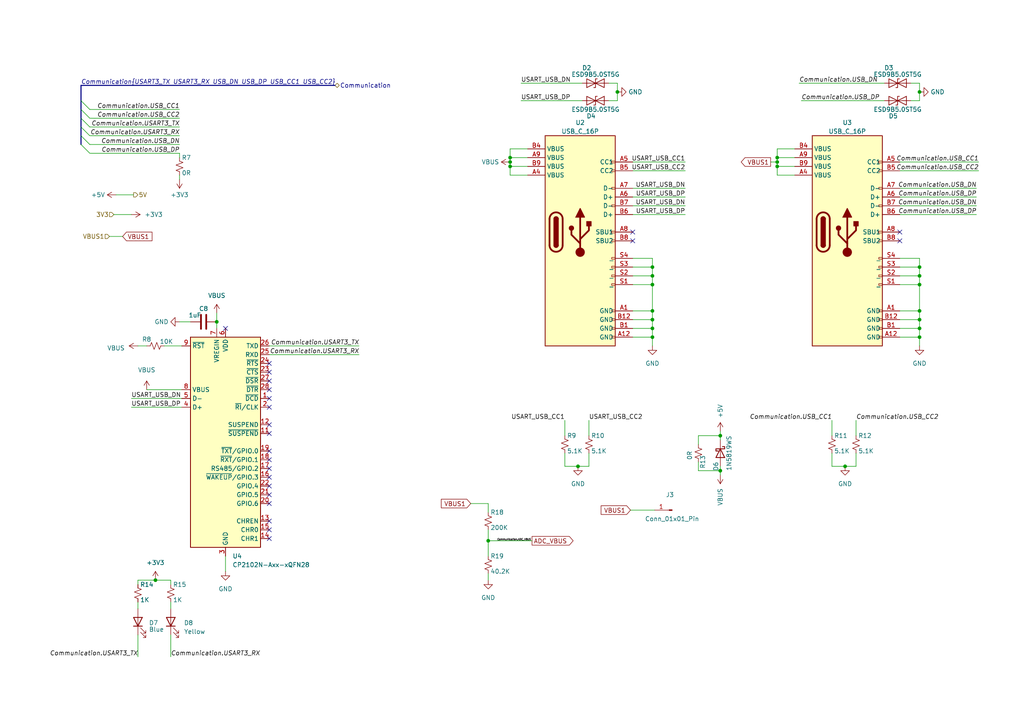
<source format=kicad_sch>
(kicad_sch (version 20230121) (generator eeschema)
  (paper "A4")
  (lib_symbols
    (symbol "Connector:Conn_01x01_Pin" (pin_names (offset 1.016) hide)
      (property "Reference" "J" (at 0 2.54 0))
      (property "Value" "Conn_01x01_Pin" (at 0 -2.54 0))
      (symbol "Conn_01x01_Pin_1_1"
        (polyline (pts (xy 1.27 0) (xy 0.8636 0)) (stroke (width 0.1524)))
        (rectangle (start 0.8636 0.127) (end 0 -0.127) (stroke (width 0.1524)) (fill (type outline)))
        (pin passive line (at 5.08 0 180) (length 3.81) (name "Pin_1") (number "1"))
      )
    )
    (symbol "Device:C" (pin_numbers hide) (pin_names (offset 0.254))
      (property "Reference" "C" (at 0.635 2.54 0))
      (property "Value" "C" (at 0.635 -2.54 0))
      (symbol "C_0_1"
        (polyline (pts (xy -2.032 -0.762) (xy 2.032 -0.762)) (stroke (width 0.508)))
        (polyline (pts (xy -2.032 0.762) (xy 2.032 0.762)) (stroke (width 0.508)))
      )
      (symbol "C_1_1"
        (pin passive line (at 0 3.81 270) (length 2.794) (name "~") (number "1"))
        (pin passive line (at 0 -3.81 90) (length 2.794) (name "~") (number "2"))
      )
    )
    (symbol "Device:LED" (pin_numbers hide) (pin_names (offset 1.016) hide)
      (property "Reference" "D" (at 0 2.54 0))
      (property "Value" "LED" (at 0 -2.54 0))
      (symbol "LED_0_1"
        (polyline (pts (xy -1.27 -1.27) (xy -1.27 1.27)) (stroke (width 0.254)))
        (polyline (pts (xy -1.27 0) (xy 1.27 0)))
        (polyline (pts (xy 1.27 -1.27) (xy 1.27 1.27) (xy -1.27 0) (xy 1.27 -1.27)) (stroke (width 0.254)))
        (polyline (pts (xy -3.048 -0.762) (xy -4.572 -2.286) (xy -3.81 -2.286) (xy -4.572 -2.286) (xy -4.572 -1.524)))
        (polyline (pts (xy -1.778 -0.762) (xy -3.302 -2.286) (xy -2.54 -2.286) (xy -3.302 -2.286) (xy -3.302 -1.524)))
      )
      (symbol "LED_1_1"
        (pin passive line (at -3.81 0 0) (length 2.54) (name "K") (number "1"))
        (pin passive line (at 3.81 0 180) (length 2.54) (name "A") (number "2"))
      )
    )
    (symbol "Device:R_Small_US" (pin_numbers hide) (pin_names (offset 0.254) hide)
      (property "Reference" "R" (at 0.762 0.508 0))
      (property "Value" "R_Small_US" (at 0.762 -1.016 0))
      (symbol "R_Small_US_1_1"
        (polyline (pts (xy 0 0) (xy 1.016 -0.381) (xy 0 -0.762) (xy -1.016 -1.143) (xy 0 -1.524)))
        (polyline (pts (xy 0 1.524) (xy 1.016 1.143) (xy 0 0.762) (xy -1.016 0.381) (xy 0 0)))
        (pin passive line (at 0 2.54 270) (length 1.016) (name "~") (number "1"))
        (pin passive line (at 0 -2.54 90) (length 1.016) (name "~") (number "2"))
      )
    )
    (symbol "Diode:1N5819WS" (pin_numbers hide) (pin_names (offset 1.016) hide)
      (property "Reference" "D" (at 0 2.54 0))
      (property "Value" "1N5819WS" (at 0 -2.54 0))
      (symbol "1N5819WS_0_1"
        (polyline (pts (xy 1.27 0) (xy -1.27 0)))
        (polyline (pts (xy 1.27 1.27) (xy 1.27 -1.27) (xy -1.27 0) (xy 1.27 1.27)) (stroke (width 0.254)))
        (polyline (pts (xy -1.905 0.635) (xy -1.905 1.27) (xy -1.27 1.27) (xy -1.27 -1.27) (xy -0.635 -1.27) (xy -0.635 -0.635)) (stroke (width 0.254)))
      )
      (symbol "1N5819WS_1_1"
        (pin passive line (at -3.81 0 0) (length 2.54) (name "K") (number "1"))
        (pin passive line (at 3.81 0 180) (length 2.54) (name "A") (number "2"))
      )
    )
    (symbol "Diode:ESD9B5.0ST5G" (pin_numbers hide) (pin_names (offset 1.016) hide)
      (property "Reference" "D" (at 0 2.54 0))
      (property "Value" "ESD9B5.0ST5G" (at 0 -2.54 0))
      (symbol "ESD9B5.0ST5G_0_1"
        (polyline (pts (xy 1.27 0) (xy -1.27 0)))
        (polyline (pts (xy -2.54 -1.27) (xy 0 0) (xy -2.54 1.27) (xy -2.54 -1.27)) (stroke (width 0.2032)))
        (polyline (pts (xy 0.508 1.27) (xy 0 1.27) (xy 0 -1.27) (xy -0.508 -1.27)) (stroke (width 0.2032)))
        (polyline (pts (xy 2.54 1.27) (xy 2.54 -1.27) (xy 0 0) (xy 2.54 1.27)) (stroke (width 0.2032)))
      )
      (symbol "ESD9B5.0ST5G_1_1"
        (pin passive line (at -3.81 0 0) (length 2.54) (name "A1") (number "1"))
        (pin passive line (at 3.81 0 180) (length 2.54) (name "A2") (number "2"))
      )
    )
    (symbol "Interface_USB:CP2102N-Axx-xQFN28"
      (property "Reference" "U" (at -8.89 31.75 0))
      (property "Value" "CP2102N-Axx-xQFN28" (at 12.7 31.75 0))
      (symbol "CP2102N-Axx-xQFN28_0_1"
        (rectangle (start -10.16 30.48) (end 10.16 -30.48) (stroke (width 0.254)) (fill (type background)))
      )
      (symbol "CP2102N-Axx-xQFN28_1_1"
        (pin input line (at 12.7 12.7 180) (length 2.54) (name "~{DCD}") (number "1"))
        (pin no_connect line (at -10.16 -27.94 0) (length 2.54) hide (name "NC") (number "10"))
        (pin output line (at 12.7 2.54 180) (length 2.54) (name "~{SUSPEND}") (number "11"))
        (pin output line (at 12.7 5.08 180) (length 2.54) (name "SUSPEND") (number "12"))
        (pin output line (at 12.7 -22.86 180) (length 2.54) (name "CHREN") (number "13"))
        (pin output line (at 12.7 -27.94 180) (length 2.54) (name "CHR1") (number "14"))
        (pin output line (at 12.7 -25.4 180) (length 2.54) (name "CHR0") (number "15"))
        (pin bidirectional line (at 12.7 -10.16 180) (length 2.54) (name "~{WAKEUP}/GPIO.3") (number "16"))
        (pin bidirectional line (at 12.7 -7.62 180) (length 2.54) (name "RS485/GPIO.2") (number "17"))
        (pin bidirectional line (at 12.7 -5.08 180) (length 2.54) (name "~{RXT}/GPIO.1") (number "18"))
        (pin bidirectional line (at 12.7 -2.54 180) (length 2.54) (name "~{TXT}/GPIO.0") (number "19"))
        (pin bidirectional line (at 12.7 10.16 180) (length 2.54) (name "~{RI}/CLK") (number "2"))
        (pin bidirectional line (at 12.7 -17.78 180) (length 2.54) (name "GPIO.6") (number "20"))
        (pin bidirectional line (at 12.7 -15.24 180) (length 2.54) (name "GPIO.5") (number "21"))
        (pin bidirectional line (at 12.7 -12.7 180) (length 2.54) (name "GPIO.4") (number "22"))
        (pin input line (at 12.7 20.32 180) (length 2.54) (name "~{CTS}") (number "23"))
        (pin output line (at 12.7 22.86 180) (length 2.54) (name "~{RTS}") (number "24"))
        (pin input line (at 12.7 25.4 180) (length 2.54) (name "RXD") (number "25"))
        (pin output line (at 12.7 27.94 180) (length 2.54) (name "TXD") (number "26"))
        (pin input line (at 12.7 17.78 180) (length 2.54) (name "~{DSR}") (number "27"))
        (pin output line (at 12.7 15.24 180) (length 2.54) (name "~{DTR}") (number "28"))
        (pin passive line (at 0 -33.02 90) (length 2.54) hide (name "GND") (number "29"))
        (pin power_in line (at 0 -33.02 90) (length 2.54) (name "GND") (number "3"))
        (pin bidirectional line (at -12.7 10.16 0) (length 2.54) (name "D+") (number "4"))
        (pin bidirectional line (at -12.7 12.7 0) (length 2.54) (name "D-") (number "5"))
        (pin power_in line (at 0 33.02 270) (length 2.54) (name "VDD") (number "6"))
        (pin power_in line (at -2.54 33.02 270) (length 2.54) (name "VREGIN") (number "7"))
        (pin input line (at -12.7 15.24 0) (length 2.54) (name "VBUS") (number "8"))
        (pin input line (at -12.7 27.94 0) (length 2.54) (name "~{RST}") (number "9"))
      )
    )
    (symbol "PCM_4ms_Power-symbol:GND" (power) (pin_names (offset 0))
      (property "Value" "GND" (at 0 -3.81 0))
      (symbol "GND_0_1"
        (polyline (pts (xy 0 0) (xy 0 -1.27) (xy 1.27 -1.27) (xy 0 -2.54) (xy -1.27 -1.27) (xy 0 -1.27)))
      )
      (symbol "GND_1_1"
        (pin power_in line (at 0 0 270) (length 0) hide (name "GND") (number "1"))
      )
    )
    (symbol "USB_C_16P_1"
      (property "Reference" "U" (at -1.27 40.64 0))
      (property "Value" "USB_C_16P" (at -7.62 40.64 0))
      (symbol "USB_C_16P_1_0_0"
        (rectangle (start 13.97 -18.796) (end 12.954 -19.304))
        (rectangle (start 13.97 -16.256) (end 12.954 -16.764))
        (rectangle (start 13.97 -13.716) (end 12.954 -14.224))
        (rectangle (start 13.97 -11.176) (end 12.954 -11.684))
        (rectangle (start 13.97 -3.556) (end 12.954 -4.064))
        (rectangle (start 13.97 -1.016) (end 12.954 -1.524))
        (rectangle (start 13.97 1.524) (end 12.954 1.016))
        (rectangle (start 13.97 4.064) (end 12.954 3.556))
        (rectangle (start 13.97 9.144) (end 12.954 8.636))
        (rectangle (start 13.97 11.684) (end 12.954 11.176))
        (rectangle (start 13.97 19.304) (end 12.954 18.796))
        (rectangle (start 13.97 24.384) (end 12.954 23.876))
        (rectangle (start 13.97 29.464) (end 12.954 28.956))
        (rectangle (start 13.97 32.004) (end 12.954 31.496))
      )
      (symbol "USB_C_16P_1_0_1"
        (rectangle (start -6.35 39.37) (end 13.97 -21.59) (stroke (width 0.254)) (fill (type background)))
        (arc (start -5.08 7.62) (mid -3.175 5.7233) (end -1.27 7.62) (stroke (width 0.508)))
        (arc (start -3.81 7.62) (mid -3.175 6.9877) (end -2.54 7.62) (stroke (width 0.254)))
        (arc (start -3.81 7.62) (mid -3.175 6.9877) (end -2.54 7.62) (stroke (width 0.254)) (fill (type outline)))
        (rectangle (start -3.81 7.62) (end -2.54 15.24) (stroke (width 0.254)) (fill (type outline)))
        (arc (start -2.54 15.24) (mid -3.175 15.8723) (end -3.81 15.24) (stroke (width 0.254)))
        (arc (start -2.54 15.24) (mid -3.175 15.8723) (end -3.81 15.24) (stroke (width 0.254)) (fill (type outline)))
        (arc (start -1.27 15.24) (mid -3.175 17.1367) (end -5.08 15.24) (stroke (width 0.508)))
        (polyline (pts (xy -5.08 7.62) (xy -5.08 15.24)) (stroke (width 0.508)))
        (polyline (pts (xy -1.27 15.24) (xy -1.27 7.62)) (stroke (width 0.508)))
      )
      (symbol "USB_C_16P_1_1_1"
        (polyline (pts (xy 3.81 5.588) (xy 3.81 15.748)) (stroke (width 0.508)))
        (polyline (pts (xy 3.81 8.128) (xy 1.27 10.668) (xy 1.27 11.938)) (stroke (width 0.508)))
        (polyline (pts (xy 3.81 9.398) (xy 6.35 11.938) (xy 6.35 13.208)) (stroke (width 0.508)))
        (polyline (pts (xy 2.54 15.748) (xy 3.81 18.288) (xy 5.08 15.748) (xy 2.54 15.748)) (stroke (width 0.254)) (fill (type outline)))
        (circle (center 1.27 12.573) (radius 0.635) (stroke (width 0.254)) (fill (type outline)))
        (circle (center 3.81 5.588) (radius 1.27) (fill (type outline)))
        (rectangle (start 5.715 13.208) (end 6.985 14.478) (stroke (width 0.254)) (fill (type outline)))
        (pin passive line (at 19.05 -11.43 180) (length 5.08) (name "GND") (number "A1"))
        (pin passive line (at 19.05 -19.05 180) (length 5.08) (name "GND") (number "A12"))
        (pin passive line (at -11.43 27.94 0) (length 5.08) (name "VBUS") (number "A4"))
        (pin bidirectional line (at 19.05 31.75 180) (length 5.08) (name "CC1") (number "A5"))
        (pin bidirectional line (at 19.05 21.59 180) (length 5.08) (name "D+") (number "A6"))
        (pin bidirectional line (at 19.05 24.13 180) (length 5.08) (name "D-") (number "A7"))
        (pin bidirectional line (at 19.05 11.43 180) (length 5.08) (name "SBU1") (number "A8"))
        (pin passive line (at -11.43 33.02 0) (length 5.08) (name "VBUS") (number "A9"))
        (pin passive line (at 19.05 -16.51 180) (length 5.08) (name "GND") (number "B1"))
        (pin passive line (at 19.05 -13.97 180) (length 5.08) (name "GND") (number "B12"))
        (pin passive line (at -11.43 35.56 0) (length 5.08) (name "VBUS") (number "B4"))
        (pin bidirectional line (at 19.05 29.21 180) (length 5.08) (name "CC2") (number "B5"))
        (pin bidirectional line (at 19.05 16.51 180) (length 5.08) (name "D+") (number "B6"))
        (pin bidirectional line (at 19.05 19.05 180) (length 5.08) (name "D-") (number "B7"))
        (pin bidirectional line (at 19.05 8.89 180) (length 5.08) (name "SBU2") (number "B8"))
        (pin passive line (at -11.43 30.48 0) (length 5.08) (name "VBUS") (number "B9"))
        (pin passive line (at 19.05 -3.81 180) (length 5.08) (name "_") (number "S1"))
        (pin passive line (at 19.05 -1.27 180) (length 5.08) (name "_") (number "S2"))
        (pin passive line (at 19.05 1.27 180) (length 5.08) (name "_") (number "S3"))
        (pin passive line (at 19.05 3.81 180) (length 5.08) (name "_") (number "S4"))
      )
    )
    (symbol "power:+3V3" (power) (pin_names (offset 0))
      (property "Value" "+3V3" (at 0 3.556 0))
      (symbol "+3V3_0_1"
        (polyline (pts (xy -0.762 1.27) (xy 0 2.54)))
        (polyline (pts (xy 0 0) (xy 0 2.54)))
        (polyline (pts (xy 0 2.54) (xy 0.762 1.27)))
      )
      (symbol "+3V3_1_1"
        (pin power_in line (at 0 0 90) (length 0) hide (name "+3V3") (number "1"))
      )
    )
    (symbol "power:+5V" (power) (pin_names (offset 0))
      (property "Value" "+5V" (at 0 3.556 0))
      (symbol "+5V_0_1"
        (polyline (pts (xy -0.762 1.27) (xy 0 2.54)))
        (polyline (pts (xy 0 0) (xy 0 2.54)))
        (polyline (pts (xy 0 2.54) (xy 0.762 1.27)))
      )
      (symbol "+5V_1_1"
        (pin power_in line (at 0 0 90) (length 0) hide (name "+5V") (number "1"))
      )
    )
    (symbol "power:GND" (power) (pin_names (offset 0))
      (property "Value" "GND" (at 0 -3.81 0))
      (symbol "GND_0_1"
        (polyline (pts (xy 0 0) (xy 0 -1.27) (xy 1.27 -1.27) (xy 0 -2.54) (xy -1.27 -1.27) (xy 0 -1.27)))
      )
      (symbol "GND_1_1"
        (pin power_in line (at 0 0 270) (length 0) hide (name "GND") (number "1"))
      )
    )
    (symbol "power:VBUS" (power) (pin_names (offset 0))
      (property "Value" "VBUS" (at 0 3.81 0))
      (symbol "VBUS_0_1"
        (polyline (pts (xy -0.762 1.27) (xy 0 2.54)))
        (polyline (pts (xy 0 0) (xy 0 2.54)))
        (polyline (pts (xy 0 2.54) (xy 0.762 1.27)))
      )
      (symbol "VBUS_1_1"
        (pin power_in line (at 0 0 90) (length 0) hide (name "VBUS") (number "1"))
      )
    )
  )
  (junction (at 189.23 92.71))
  (junction (at 208.915 136.525))
  (junction (at 189.23 80.01))
  (junction (at 266.7 92.71))
  (junction (at 266.7 26.67))
  (junction (at 179.07 26.67))
  (junction (at 45.085 168.275))
  (junction (at 225.425 48.26))
  (junction (at 189.23 90.17))
  (junction (at 266.7 77.47))
  (junction (at 225.425 46.99))
  (junction (at 189.23 95.25))
  (junction (at 245.11 135.255))
  (junction (at 147.955 45.72))
  (junction (at 266.7 80.01))
  (junction (at 141.605 156.845))
  (junction (at 266.7 97.79))
  (junction (at 266.7 95.25))
  (junction (at 189.23 82.55))
  (junction (at 266.7 82.55))
  (junction (at 147.955 46.99))
  (junction (at 189.23 97.79))
  (junction (at 147.955 48.26))
  (junction (at 62.865 93.345))
  (junction (at 225.425 45.72))
  (junction (at 208.915 126.365))
  (junction (at 189.23 77.47))
  (junction (at 266.7 90.17))
  (junction (at 167.64 135.255))
  (no_connect (at 78.105 115.57))
  (no_connect (at 183.515 67.31))
  (no_connect (at 78.105 153.67))
  (no_connect (at 78.105 133.35))
  (no_connect (at 183.515 69.85))
  (no_connect (at 78.105 146.05))
  (no_connect (at 78.105 118.11))
  (no_connect (at 78.105 113.03))
  (no_connect (at 78.105 110.49))
  (no_connect (at 260.985 69.85))
  (no_connect (at 78.105 107.95))
  (no_connect (at 65.405 95.25))
  (no_connect (at 78.105 143.51))
  (no_connect (at 78.105 151.13))
  (no_connect (at 260.985 67.31))
  (no_connect (at 78.105 138.43))
  (no_connect (at 78.105 156.21))
  (no_connect (at 78.105 130.81))
  (no_connect (at 78.105 105.41))
  (no_connect (at 78.105 123.19))
  (no_connect (at 78.105 140.97))
  (no_connect (at 78.105 135.89))
  (no_connect (at 78.105 125.73))
  (bus_entry (at 23.495 34.29) (size 2.54 2.54))
  (bus_entry (at 23.495 36.83) (size 2.54 2.54))
  (bus_entry (at 23.495 41.91) (size 2.54 2.54))
  (bus_entry (at 23.495 29.21) (size 2.54 2.54))
  (bus_entry (at 23.495 31.75) (size 2.54 2.54))
  (bus_entry (at 23.495 39.37) (size 2.54 2.54))
  (wire (pts (xy 232.41 29.21) (xy 256.54 29.21)))
  (wire (pts (xy 26.035 31.75) (xy 52.07 31.75)))
  (wire (pts (xy 260.985 54.61) (xy 283.21 54.61)))
  (wire (pts (xy 248.285 121.92) (xy 248.285 126.365)))
  (wire (pts (xy 38.1 115.57) (xy 52.705 115.57)))
  (wire (pts (xy 136.525 146.05) (xy 141.605 146.05)))
  (wire (pts (xy 183.515 62.23) (xy 198.755 62.23)))
  (wire (pts (xy 225.425 45.72) (xy 225.425 43.18)))
  (wire (pts (xy 151.13 24.13) (xy 168.91 24.13)))
  (wire (pts (xy 40.005 184.15) (xy 40.005 190.5)))
  (wire (pts (xy 260.985 92.71) (xy 266.7 92.71)))
  (wire (pts (xy 266.7 95.25) (xy 266.7 97.79)))
  (wire (pts (xy 260.985 59.69) (xy 283.21 59.69)))
  (wire (pts (xy 47.625 100.33) (xy 52.705 100.33)))
  (wire (pts (xy 170.815 131.445) (xy 170.815 135.255)))
  (wire (pts (xy 183.515 90.17) (xy 189.23 90.17)))
  (wire (pts (xy 208.915 125.095) (xy 208.915 126.365)))
  (wire (pts (xy 223.52 46.99) (xy 225.425 46.99)))
  (wire (pts (xy 141.605 153.67) (xy 141.605 156.845)))
  (wire (pts (xy 62.865 90.805) (xy 62.865 93.345)))
  (wire (pts (xy 35.56 68.58) (xy 31.75 68.58)))
  (wire (pts (xy 183.515 82.55) (xy 189.23 82.55)))
  (wire (pts (xy 45.085 168.275) (xy 49.53 168.275)))
  (wire (pts (xy 266.7 24.13) (xy 266.7 26.67)))
  (wire (pts (xy 225.425 43.18) (xy 230.505 43.18)))
  (wire (pts (xy 141.605 156.845) (xy 154.305 156.845)))
  (wire (pts (xy 78.105 102.87) (xy 104.14 102.87)))
  (wire (pts (xy 176.53 24.13) (xy 179.07 24.13)))
  (wire (pts (xy 183.515 92.71) (xy 189.23 92.71)))
  (wire (pts (xy 179.07 29.21) (xy 176.53 29.21)))
  (wire (pts (xy 225.425 45.72) (xy 225.425 46.99)))
  (wire (pts (xy 141.605 146.05) (xy 141.605 148.59)))
  (bus (pts (xy 23.495 41.91) (xy 23.495 39.37)))
  (wire (pts (xy 153.035 50.8) (xy 147.955 50.8)))
  (wire (pts (xy 52.07 44.45) (xy 52.07 45.72)))
  (wire (pts (xy 183.515 77.47) (xy 189.23 77.47)))
  (wire (pts (xy 141.605 168.275) (xy 141.605 166.37)))
  (wire (pts (xy 266.7 82.55) (xy 266.7 90.17)))
  (wire (pts (xy 147.955 50.8) (xy 147.955 48.26)))
  (wire (pts (xy 49.53 174.625) (xy 49.53 176.53)))
  (wire (pts (xy 231.775 24.13) (xy 256.54 24.13)))
  (wire (pts (xy 40.005 169.545) (xy 40.005 168.275)))
  (wire (pts (xy 163.83 121.92) (xy 163.83 126.365)))
  (wire (pts (xy 189.23 74.93) (xy 189.23 77.47)))
  (wire (pts (xy 26.035 34.29) (xy 52.07 34.29)))
  (bus (pts (xy 23.495 24.765) (xy 23.495 29.21)))
  (wire (pts (xy 225.425 50.8) (xy 225.425 48.26)))
  (wire (pts (xy 266.7 29.21) (xy 264.16 29.21)))
  (wire (pts (xy 170.815 121.92) (xy 170.815 126.365)))
  (wire (pts (xy 189.23 95.25) (xy 189.23 97.79)))
  (wire (pts (xy 40.005 100.33) (xy 42.545 100.33)))
  (wire (pts (xy 260.985 57.15) (xy 283.21 57.15)))
  (bus (pts (xy 23.495 24.765) (xy 97.155 24.765)))
  (wire (pts (xy 183.515 95.25) (xy 189.23 95.25)))
  (wire (pts (xy 260.985 90.17) (xy 266.7 90.17)))
  (wire (pts (xy 40.005 174.625) (xy 40.005 176.53)))
  (bus (pts (xy 23.495 34.29) (xy 23.495 31.75)))
  (wire (pts (xy 40.005 168.275) (xy 45.085 168.275)))
  (wire (pts (xy 266.7 97.79) (xy 266.7 100.33)))
  (wire (pts (xy 202.565 136.525) (xy 202.565 133.985)))
  (wire (pts (xy 42.545 113.03) (xy 52.705 113.03)))
  (wire (pts (xy 38.1 118.11) (xy 52.705 118.11)))
  (wire (pts (xy 189.865 147.955) (xy 182.88 147.955)))
  (wire (pts (xy 241.3 135.255) (xy 245.11 135.255)))
  (wire (pts (xy 78.105 100.33) (xy 104.14 100.33)))
  (wire (pts (xy 147.955 46.99) (xy 147.955 45.72)))
  (wire (pts (xy 26.035 36.83) (xy 52.07 36.83)))
  (wire (pts (xy 52.07 93.345) (xy 55.245 93.345)))
  (wire (pts (xy 183.515 80.01) (xy 189.23 80.01)))
  (wire (pts (xy 183.515 74.93) (xy 189.23 74.93)))
  (wire (pts (xy 260.985 46.99) (xy 283.845 46.99)))
  (wire (pts (xy 179.07 24.13) (xy 179.07 26.67)))
  (wire (pts (xy 167.64 135.255) (xy 170.815 135.255)))
  (wire (pts (xy 147.955 48.26) (xy 147.955 46.99)))
  (wire (pts (xy 147.955 45.72) (xy 153.035 45.72)))
  (wire (pts (xy 260.985 95.25) (xy 266.7 95.25)))
  (wire (pts (xy 225.425 46.99) (xy 225.425 48.26)))
  (wire (pts (xy 38.735 56.515) (xy 33.655 56.515)))
  (wire (pts (xy 163.83 131.445) (xy 163.83 135.255)))
  (wire (pts (xy 245.11 135.255) (xy 248.285 135.255)))
  (wire (pts (xy 260.985 62.23) (xy 283.21 62.23)))
  (wire (pts (xy 208.915 136.525) (xy 208.915 135.255)))
  (wire (pts (xy 49.53 168.275) (xy 49.53 169.545)))
  (wire (pts (xy 189.23 97.79) (xy 189.23 100.33)))
  (wire (pts (xy 266.7 90.17) (xy 266.7 92.71)))
  (wire (pts (xy 230.505 50.8) (xy 225.425 50.8)))
  (wire (pts (xy 208.915 126.365) (xy 202.565 126.365)))
  (wire (pts (xy 183.515 57.15) (xy 198.755 57.15)))
  (wire (pts (xy 225.425 48.26) (xy 230.505 48.26)))
  (wire (pts (xy 260.985 80.01) (xy 266.7 80.01)))
  (wire (pts (xy 260.985 82.55) (xy 266.7 82.55)))
  (wire (pts (xy 241.3 131.445) (xy 241.3 135.255)))
  (wire (pts (xy 260.985 49.53) (xy 283.845 49.53)))
  (wire (pts (xy 266.7 26.67) (xy 266.7 29.21)))
  (wire (pts (xy 208.915 126.365) (xy 208.915 127.635)))
  (wire (pts (xy 264.16 24.13) (xy 266.7 24.13)))
  (wire (pts (xy 52.07 50.8) (xy 52.07 52.07)))
  (wire (pts (xy 26.035 44.45) (xy 52.07 44.45)))
  (wire (pts (xy 225.425 45.72) (xy 230.505 45.72)))
  (wire (pts (xy 260.985 74.93) (xy 266.7 74.93)))
  (wire (pts (xy 183.515 46.99) (xy 198.755 46.99)))
  (wire (pts (xy 189.23 92.71) (xy 189.23 95.25)))
  (wire (pts (xy 151.13 29.21) (xy 168.91 29.21)))
  (wire (pts (xy 189.23 82.55) (xy 189.23 90.17)))
  (wire (pts (xy 62.865 93.345) (xy 62.865 95.25)))
  (wire (pts (xy 260.985 97.79) (xy 266.7 97.79)))
  (wire (pts (xy 183.515 97.79) (xy 189.23 97.79)))
  (wire (pts (xy 208.915 137.795) (xy 208.915 136.525)))
  (wire (pts (xy 189.23 90.17) (xy 189.23 92.71)))
  (wire (pts (xy 26.035 41.91) (xy 52.07 41.91)))
  (wire (pts (xy 147.955 45.72) (xy 147.955 43.18)))
  (wire (pts (xy 189.23 77.47) (xy 189.23 80.01)))
  (wire (pts (xy 183.515 59.69) (xy 198.755 59.69)))
  (wire (pts (xy 248.285 131.445) (xy 248.285 135.255)))
  (wire (pts (xy 266.7 74.93) (xy 266.7 77.47)))
  (wire (pts (xy 266.7 92.71) (xy 266.7 95.25)))
  (wire (pts (xy 241.3 121.92) (xy 241.3 126.365)))
  (wire (pts (xy 260.985 77.47) (xy 266.7 77.47)))
  (wire (pts (xy 266.7 80.01) (xy 266.7 82.55)))
  (wire (pts (xy 26.035 39.37) (xy 52.07 39.37)))
  (wire (pts (xy 147.955 48.26) (xy 153.035 48.26)))
  (wire (pts (xy 179.07 26.67) (xy 179.07 29.21)))
  (bus (pts (xy 23.495 36.83) (xy 23.495 34.29)))
  (wire (pts (xy 266.7 77.47) (xy 266.7 80.01)))
  (bus (pts (xy 23.495 31.75) (xy 23.495 29.21)))
  (wire (pts (xy 189.23 80.01) (xy 189.23 82.55)))
  (wire (pts (xy 49.53 184.15) (xy 49.53 190.5)))
  (wire (pts (xy 202.565 126.365) (xy 202.565 128.905)))
  (bus (pts (xy 23.495 39.37) (xy 23.495 36.83)))
  (wire (pts (xy 183.515 49.53) (xy 198.755 49.53)))
  (wire (pts (xy 33.02 62.23) (xy 38.1 62.23)))
  (wire (pts (xy 147.955 43.18) (xy 153.035 43.18)))
  (wire (pts (xy 141.605 156.845) (xy 141.605 161.29)))
  (wire (pts (xy 208.915 136.525) (xy 202.565 136.525)))
  (wire (pts (xy 183.515 54.61) (xy 198.755 54.61)))
  (wire (pts (xy 65.405 161.29) (xy 65.405 165.735)))
  (wire (pts (xy 163.83 135.255) (xy 167.64 135.255)))
  (label "Communication.USB_DP" (at 52.07 44.45 180) (effects (font italic)))
  (label "Communication.USB_CC2" (at 283.845 49.53 180) (effects (font italic)))
  (label "Communication.USB_DN" (at 52.07 41.91 180) (effects (font italic)))
  (label "Communication{USART3_TX USART3_RX USB_DN USB_DP USB_CC1 USB_CC2}" (at 23.495 24.765 0) (effects (font italic)))
  (label "Communication.USART3_RX" (at 104.14 102.87 180) (effects (font italic)))
  (label "USART_USB_DP" (at 198.755 62.23 180))
  (label "Communication.USART3_RX" (at 49.53 190.5 0) (effects (font italic)))
  (label "Communication.USB_CC2" (at 248.285 121.92 0) (effects (font italic)))
  (label "USART_USB_CC2" (at 170.815 121.92 0))
  (label "Communication.USB_DN" (at 283.21 54.61 180) (effects (font italic)))
  (label "Communication.USART3_TX" (at 104.14 100.33 180) (effects (font italic)))
  (label "USART_USB_CC2" (at 198.755 49.53 180))
  (label "Communication.USB_CC1" (at 283.845 46.99 180) (effects (font italic)))
  (label "USART_USB_DN" (at 38.1 115.57 0))
  (label "Communication.USB_CC2" (at 52.07 34.29 180) (effects (font italic)))
  (label "Communication.ADC_VBUS" (at 144.145 156.845 0) (effects (font (size 0.5 0.5) italic)))
  (label "Communication.USB_DN" (at 231.775 24.13 0) (effects (font italic)))
  (label "Communication.USART3_TX" (at 52.07 36.83 180) (effects (font italic)))
  (label "Communication.USB_DP" (at 283.21 62.23 180) (effects (font italic)))
  (label "Communication.USART3_TX" (at 40.005 190.5 180) (effects (font italic)))
  (label "USART_USB_DP" (at 38.1 118.11 0))
  (label "USART_USB_CC1" (at 163.83 121.92 180))
  (label "Communication.USB_CC1" (at 52.07 31.75 180) (effects (font italic)))
  (label "USART_USB_DP" (at 151.13 29.21 0))
  (label "USART_USB_DP" (at 198.755 57.15 180))
  (label "USART_USB_DN" (at 151.13 24.13 0))
  (label "Communication.USB_CC1" (at 241.3 121.92 180) (effects (font italic)))
  (label "Communication.USART3_RX" (at 52.07 39.37 180) (effects (font italic)))
  (label "USART_USB_CC1" (at 198.755 46.99 180))
  (label "Communication.USB_DP" (at 232.41 29.21 0) (effects (font italic)))
  (label "Communication.USB_DN" (at 283.21 59.69 180) (effects (font italic)))
  (label "USART_USB_DN" (at 198.755 59.69 180))
  (label "USART_USB_DN" (at 198.755 54.61 180))
  (label "Communication.USB_DP" (at 283.21 57.15 180) (effects (font italic)))
  (global_label "VBUS1" (shape input) (at 35.56 68.58 0) (property "Intersheetrefs" "${INTERSHEET_REFS}" (effects hide)))
  (global_label "VBUS1" (shape input) (at 136.525 146.05 180) (property "Intersheetrefs" "${INTERSHEET_REFS}" (effects hide)))
  (global_label "VBUS1" (shape input) (at 182.88 147.955 180) (property "Intersheetrefs" "${INTERSHEET_REFS}" (effects hide)))
  (global_label "VBUS1" (shape output) (at 223.52 46.99 180) (property "Intersheetrefs" "${INTERSHEET_REFS}" (effects hide)))
  (global_label "ADC_VBUS" (shape output) (at 154.305 156.845 0) (property "Intersheetrefs" "${INTERSHEET_REFS}" (effects hide)))
  (hierarchical_label "Communication" (shape bidirectional) (at 97.155 24.765 0))
  (hierarchical_label "VBUS1" (shape input) (at 31.75 68.58 180))
  (hierarchical_label "3V3" (shape input) (at 33.02 62.23 180))
  (hierarchical_label "5V" (shape output) (at 38.735 56.515 0))
  (symbol (lib_id "power:VBUS") (at 208.915 137.795 180) (unit 1)
    (property "Reference" "#PWR032" (effects hide))
    (property "Value" "VBUS" (at 208.9151 141.605 90) (effects (justify left)))
    (instances (project "Expansion" (path "" (reference "#PWR032") (unit 1))) (project "STM32F446RC" (path "" (reference "#PWR0132") (unit 1))))
  )
  (symbol (lib_id "Device:R_Small_US") (at 45.085 100.33 90) (unit 1)
    (property "Reference" "R8" (at 42.545 98.425 90))
    (property "Value" "10K" (at 48.26 99.06 90))
    (property "Footprint" "Resistor_SMD:R_0402_1005Metric" (effects hide))
    (instances (project "Expansion" (path "" (reference "R8") (unit 1))) (project "STM32F446RC" (path "" (reference "R7") (unit 1))))
  )
  (symbol (lib_name "USB_C_16P_1") (lib_id "Thorn_Library:USB_C_16P") (at 241.935 78.74 0) (unit 1)
    (property "Reference" "U3" (at 245.745 35.56 0))
    (property "Value" "USB_C_16P" (at 245.745 38.1 0))
    (property "Footprint" "Thorn_Library:Typc-C-16P" (effects hide))
  )
  (symbol (lib_id "Device:R_Small_US") (at 49.53 172.085 0) (unit 1)
    (property "Reference" "R15" (at 50.165 169.545 0) (effects (justify left)))
    (property "Value" "1K" (at 50.165 173.99 0) (effects (justify left)))
    (property "Footprint" "Resistor_SMD:R_0402_1005Metric" (effects hide))
    (instances (project "Expansion" (path "" (reference "R15") (unit 1))) (project "STM32F446RC" (path "" (reference "R8") (unit 1))))
  )
  (symbol (lib_id "power:VBUS") (at 40.005 100.33 90) (unit 1)
    (property "Reference" "#PWR025" (effects hide))
    (property "Value" "VBUS" (at 36.195 100.965 90) (effects (justify left)))
    (instances (project "Expansion" (path "" (reference "#PWR025") (unit 1))) (project "STM32F446RC" (path "" (reference "#PWR0141") (unit 1))))
  )
  (symbol (lib_id "Device:R_Small_US") (at 141.605 151.13 0) (unit 1)
    (property "Reference" "R18" (at 142.24 148.59 0) (effects (justify left)))
    (property "Value" "200K" (at 142.24 153.035 0) (effects (justify left)))
    (property "Footprint" "Resistor_SMD:R_0402_1005Metric" (effects hide))
    (instances (project "Expansion" (path "" (reference "R18") (unit 1))) (project "STM32F446RC" (path "" (reference "R12") (unit 1))))
  )
  (symbol (lib_id "Connector:Conn_01x01_Pin") (at 194.945 147.955 180) (unit 1)
    (property "Reference" "J3" (at 194.31 143.51 0))
    (property "Value" "Conn_01x01_Pin" (at 194.945 150.495 0))
    (property "Footprint" "Connector_Wire:SolderWirePad_1x01_SMD_1x2mm" (effects hide))
  )
  (symbol (lib_id "power:GND") (at 179.07 26.67 90) (unit 1)
    (property "Reference" "#PWR016" (effects hide))
    (property "Value" "GND" (at 182.245 26.6699 90) (effects (justify right)))
    (instances (project "Expansion" (path "" (reference "#PWR016") (unit 1))) (project "STM32F446RC" (path "" (reference "#PWR0129") (unit 1))))
  )
  (symbol (lib_id "power:+3V3") (at 38.1 62.23 270) (unit 1)
    (property "Reference" "#PWR022" (effects hide))
    (property "Value" "+3V3" (at 41.91 62.2299 90) (effects (justify left)))
    (instances (project "Expansion" (path "" (reference "#PWR022") (unit 1))) (project "STM32F446RC" (path "" (reference "#PWR0140") (unit 1))))
  )
  (symbol (lib_id "power:+3V3") (at 52.07 52.07 180) (unit 1)
    (property "Reference" "#PWR018" (effects hide))
    (property "Value" "+3V3" (at 52.07 56.515 0))
    (instances (project "Expansion" (path "" (reference "#PWR018") (unit 1))) (project "STM32F446RC" (path "" (reference "#PWR0163") (unit 1))))
  )
  (symbol (lib_id "PCM_4ms_Power-symbol:GND") (at 266.7 100.33 0) (unit 1)
    (property "Reference" "#PWR027" (effects hide))
    (property "Value" "GND" (at 266.7 105.41 0))
  )
  (symbol (lib_id "Device:R_Small_US") (at 40.005 172.085 0) (unit 1)
    (property "Reference" "R14" (at 40.64 169.545 0) (effects (justify left)))
    (property "Value" "1K" (at 40.64 173.99 0) (effects (justify left)))
    (property "Footprint" "Resistor_SMD:R_0402_1005Metric" (effects hide))
    (instances (project "Expansion" (path "" (reference "R14") (unit 1))) (project "STM32F446RC" (path "" (reference "R6") (unit 1))))
  )
  (symbol (lib_id "Diode:ESD9B5.0ST5G") (at 260.35 24.13 0) (unit 1)
    (property "Reference" "D3" (at 257.81 19.685 0))
    (property "Value" "ESD9B5.0ST5G" (at 260.35 21.59 0))
    (property "Footprint" "Diode_SMD:D_SOD-923" (effects hide))
    (property "Datasheet" "https://www.onsemi.com/pub/Collateral/ESD9B-D.PDF" (effects hide))
    (instances (project "Expansion" (path "" (reference "D3") (unit 1))) (project "STM32F446RC" (path "" (reference "D11") (unit 1))))
  )
  (symbol (lib_id "power:GND") (at 266.7 26.67 90) (unit 1)
    (property "Reference" "#PWR017" (effects hide))
    (property "Value" "GND" (at 269.875 26.6699 90) (effects (justify right)))
    (instances (project "Expansion" (path "" (reference "#PWR017") (unit 1))) (project "STM32F446RC" (path "" (reference "#PWR0136") (unit 1))))
  )
  (symbol (lib_name "USB_C_16P_1") (lib_id "Thorn_Library:USB_C_16P") (at 164.465 78.74 0) (unit 1)
    (property "Reference" "U2" (at 168.275 35.56 0))
    (property "Value" "USB_C_16P" (at 168.275 38.1 0))
    (property "Footprint" "Thorn_Library:Typc-C-16P" (effects hide))
  )
  (symbol (lib_id "Diode:ESD9B5.0ST5G") (at 260.35 29.21 0) (unit 1)
    (property "Reference" "D5" (at 259.08 33.655 0))
    (property "Value" "ESD9B5.0ST5G" (at 260.35 31.75 0))
    (property "Footprint" "Diode_SMD:D_SOD-923" (effects hide))
    (property "Datasheet" "https://www.onsemi.com/pub/Collateral/ESD9B-D.PDF" (effects hide))
    (instances (project "Expansion" (path "" (reference "D5") (unit 1))) (project "STM32F446RC" (path "" (reference "D12") (unit 1))))
  )
  (symbol (lib_id "power:VBUS") (at 147.955 46.99 90) (unit 1)
    (property "Reference" "#PWR019" (effects hide))
    (property "Value" "VBUS" (at 144.78 46.9899 90) (effects (justify left)))
    (instances (project "Expansion" (path "" (reference "#PWR019") (unit 1))) (project "STM32F446RC" (path "" (reference "#PWR0145") (unit 1))))
  )
  (symbol (lib_id "PCM_4ms_Power-symbol:GND") (at 189.23 100.33 0) (unit 1)
    (property "Reference" "#PWR026" (effects hide))
    (property "Value" "GND" (at 189.23 105.41 0))
  )
  (symbol (lib_id "Diode:ESD9B5.0ST5G") (at 172.72 24.13 0) (unit 1)
    (property "Reference" "D2" (at 170.18 19.685 0))
    (property "Value" "ESD9B5.0ST5G" (at 172.72 21.59 0))
    (property "Footprint" "Diode_SMD:D_SOD-923" (effects hide))
    (property "Datasheet" "https://www.onsemi.com/pub/Collateral/ESD9B-D.PDF" (effects hide))
    (instances (project "Expansion" (path "" (reference "D2") (unit 1))) (project "STM32F446RC" (path "" (reference "D8") (unit 1))))
  )
  (symbol (lib_id "Device:R_Small_US") (at 163.83 128.905 0) (unit 1)
    (property "Reference" "R9" (at 164.465 126.365 0) (effects (justify left)))
    (property "Value" "5.1K" (at 164.465 130.81 0) (effects (justify left)))
    (property "Footprint" "Resistor_SMD:R_0402_1005Metric" (effects hide))
  )
  (symbol (lib_id "Diode:1N5819WS") (at 208.915 131.445 270) (unit 1)
    (property "Reference" "D6" (at 207.645 135.255 0))
    (property "Value" "1N5819WS" (at 211.455 131.445 0))
    (property "Footprint" "Diode_SMD:D_SOD-123" (effects hide))
    (property "Datasheet" "https://datasheet.lcsc.com/lcsc/2204281430_Guangdong-Hottech-1N5819WS_C191023.pdf" (effects hide))
    (instances (project "Expansion" (path "" (reference "D6") (unit 1))) (project "STM32F446RC" (path "" (reference "D10") (unit 1))))
  )
  (symbol (lib_id "power:VBUS") (at 42.545 113.03 0) (unit 1)
    (property "Reference" "#PWR028" (effects hide))
    (property "Value" "VBUS" (at 42.545 107.315 0))
    (instances (project "Expansion" (path "" (reference "#PWR028") (unit 1))) (project "STM32F446RC" (path "" (reference "#PWR0141") (unit 1))))
  )
  (symbol (lib_id "power:GND") (at 52.07 93.345 270) (unit 1)
    (property "Reference" "#PWR024" (effects hide))
    (property "Value" "GND" (at 48.895 93.3449 90) (effects (justify right)))
    (instances (project "Expansion" (path "" (reference "#PWR024") (unit 1))) (project "STM32F446RC" (path "" (reference "#PWR0162") (unit 1))))
  )
  (symbol (lib_id "Device:R_Small_US") (at 52.07 48.26 0) (unit 1)
    (property "Reference" "R7" (at 52.705 45.72 0) (effects (justify left)))
    (property "Value" "0R" (at 52.705 50.165 0) (effects (justify left)))
    (property "Footprint" "Resistor_SMD:R_0402_1005Metric" (effects hide))
    (instances (project "Expansion" (path "" (reference "R7") (unit 1))) (project "STM32F446RC" (path "" (reference "R16") (unit 1))))
  )
  (symbol (lib_id "power:GND") (at 245.11 135.255 0) (unit 1)
    (property "Reference" "#PWR031" (effects hide))
    (property "Value" "GND" (at 245.11 140.335 0))
    (instances (project "Expansion" (path "" (reference "#PWR031") (unit 1))) (project "STM32F446RC" (path "" (reference "#PWR0135") (unit 1))))
  )
  (symbol (lib_id "Device:R_Small_US") (at 202.565 131.445 0) (unit 1)
    (property "Reference" "R13" (at 203.835 133.985 90))
    (property "Value" "0R" (at 200.025 132.08 90))
    (property "Footprint" "Resistor_SMD:R_0402_1005Metric" (effects hide))
    (instances (project "Expansion" (path "" (reference "R13") (unit 1))) (project "STM32F446RC" (path "" (reference "R11") (unit 1))))
  )
  (symbol (lib_id "Device:C") (at 59.055 93.345 90) (unit 1)
    (property "Reference" "C8" (at 59.055 89.535 90))
    (property "Value" "1uF" (at 56.515 91.44 90))
    (property "Footprint" "Capacitor_SMD:C_0402_1005Metric" (effects hide))
    (instances (project "Expansion" (path "" (reference "C8") (unit 1))) (project "STM32F446RC" (path "" (reference "C20") (unit 1))))
  )
  (symbol (lib_id "power:GND") (at 167.64 135.255 0) (unit 1)
    (property "Reference" "#PWR030" (effects hide))
    (property "Value" "GND" (at 167.64 140.335 0))
    (instances (project "Expansion" (path "" (reference "#PWR030") (unit 1))) (project "STM32F446RC" (path "" (reference "#PWR0130") (unit 1))))
  )
  (symbol (lib_id "power:+5V") (at 208.915 125.095 0) (unit 1)
    (property "Reference" "#PWR029" (effects hide))
    (property "Value" "+5V" (at 208.9151 121.285 90) (effects (justify left)))
    (instances (project "Expansion" (path "" (reference "#PWR029") (unit 1))) (project "STM32F446RC" (path "" (reference "#PWR0131") (unit 1))))
  )
  (symbol (lib_id "power:+5V") (at 33.655 56.515 90) (unit 1)
    (property "Reference" "#PWR021" (effects hide))
    (property "Value" "+5V" (at 30.48 56.5149 90) (effects (justify left)))
    (instances (project "Expansion" (path "" (reference "#PWR021") (unit 1))) (project "STM32F446RC" (path "" (reference "#PWR0139") (unit 1))))
  )
  (symbol (lib_id "Interface_USB:CP2102N-Axx-xQFN28") (at 65.405 128.27 0) (unit 1)
    (property "Reference" "U4" (at 67.4244 161.29 0) (effects (justify left)))
    (property "Value" "CP2102N-Axx-xQFN28" (at 67.4244 163.83 0) (effects (justify left)))
    (property "Footprint" "Package_DFN_QFN:QFN-28-1EP_5x5mm_P0.5mm_EP3.35x3.35mm" (effects hide))
    (property "Datasheet" "https://www.silabs.com/documents/public/data-sheets/cp2102n-datasheet.pdf" (effects hide))
    (instances (project "Expansion" (path "" (reference "U4") (unit 1))) (project "STM32F446RC" (path "" (reference "U3") (unit 1))))
  )
  (symbol (lib_id "power:GND") (at 65.405 165.735 0) (unit 1)
    (property "Reference" "#PWR033" (effects hide))
    (property "Value" "GND" (at 65.405 170.815 0))
    (instances (project "Expansion" (path "" (reference "#PWR033") (unit 1))) (project "STM32F446RC" (path "" (reference "#PWR0143") (unit 1))))
  )
  (symbol (lib_id "power:+3V3") (at 45.085 168.275 0) (unit 1)
    (property "Reference" "#PWR034" (effects hide))
    (property "Value" "+3V3" (at 45.085 163.195 0))
    (instances (project "Expansion" (path "" (reference "#PWR034") (unit 1))) (project "STM32F446RC" (path "" (reference "#PWR0144") (unit 1))))
  )
  (symbol (lib_id "Device:LED") (at 40.005 180.34 90) (unit 1)
    (property "Reference" "D7" (at 43.18 180.6574 90) (effects (justify right)))
    (property "Value" "Blue" (at 43.18 182.5624 90) (effects (justify right)))
    (property "Footprint" "LED_SMD:LED_0402_1005Metric_Pad0.77x0.64mm_HandSolder" (effects hide))
    (instances (project "Expansion" (path "" (reference "D7") (unit 1))) (project "STM32F446RC" (path "" (reference "D6") (unit 1))))
  )
  (symbol (lib_id "Device:R_Small_US") (at 141.605 163.83 0) (unit 1)
    (property "Reference" "R19" (at 142.24 161.29 0) (effects (justify left)))
    (property "Value" "40.2K" (at 142.24 165.735 0) (effects (justify left)))
    (property "Footprint" "Resistor_SMD:R_0402_1005Metric" (effects hide))
    (instances (project "Expansion" (path "" (reference "R19") (unit 1))) (project "STM32F446RC" (path "" (reference "R12") (unit 1))))
  )
  (symbol (lib_id "power:GND") (at 141.605 168.275 0) (unit 1)
    (property "Reference" "#PWR055" (effects hide))
    (property "Value" "GND" (at 141.605 173.355 0))
    (instances (project "Expansion" (path "" (reference "#PWR055") (unit 1))) (project "STM32F446RC" (path "" (reference "#PWR0135") (unit 1))))
  )
  (symbol (lib_id "power:VBUS") (at 62.865 90.805 0) (unit 1)
    (property "Reference" "#PWR023" (effects hide))
    (property "Value" "VBUS" (at 62.865 85.725 0))
    (instances (project "Expansion" (path "" (reference "#PWR023") (unit 1))) (project "STM32F446RC" (path "" (reference "#PWR0138") (unit 1))))
  )
  (symbol (lib_id "Device:R_Small_US") (at 241.3 128.905 0) (unit 1)
    (property "Reference" "R11" (at 241.935 126.365 0) (effects (justify left)))
    (property "Value" "5.1K" (at 241.935 130.81 0) (effects (justify left)))
    (property "Footprint" "Resistor_SMD:R_0402_1005Metric" (effects hide))
    (instances (project "Expansion" (path "" (reference "R11") (unit 1))) (project "STM32F446RC" (path "" (reference "R12") (unit 1))))
  )
  (symbol (lib_id "Diode:ESD9B5.0ST5G") (at 172.72 29.21 0) (unit 1)
    (property "Reference" "D4" (at 171.45 33.655 0))
    (property "Value" "ESD9B5.0ST5G" (at 172.72 31.75 0))
    (property "Footprint" "Diode_SMD:D_SOD-923" (effects hide))
    (property "Datasheet" "https://www.onsemi.com/pub/Collateral/ESD9B-D.PDF" (effects hide))
    (instances (project "Expansion" (path "" (reference "D4") (unit 1))) (project "STM32F446RC" (path "" (reference "D9") (unit 1))))
  )
  (symbol (lib_id "Device:LED") (at 49.53 180.34 90) (unit 1)
    (property "Reference" "D8" (at 53.34 180.6574 90) (effects (justify right)))
    (property "Value" "Yellow" (at 53.34 183.1974 90) (effects (justify right)))
    (property "Footprint" "LED_SMD:LED_0402_1005Metric_Pad0.77x0.64mm_HandSolder" (effects hide))
    (instances (project "Expansion" (path "" (reference "D8") (unit 1))) (project "STM32F446RC" (path "" (reference "D7") (unit 1))))
  )
  (symbol (lib_id "Device:R_Small_US") (at 170.815 128.905 0) (unit 1)
    (property "Reference" "R10" (at 171.45 126.365 0) (effects (justify left)))
    (property "Value" "5.1K" (at 171.45 130.81 0) (effects (justify left)))
    (property "Footprint" "Resistor_SMD:R_0402_1005Metric" (effects hide))
  )
  (symbol (lib_id "Device:R_Small_US") (at 248.285 128.905 0) (unit 1)
    (property "Reference" "R12" (at 248.92 126.365 0) (effects (justify left)))
    (property "Value" "5.1K" (at 248.92 130.81 0) (effects (justify left)))
    (property "Footprint" "Resistor_SMD:R_0402_1005Metric" (effects hide))
    (instances (project "Expansion" (path "" (reference "R12") (unit 1))) (project "STM32F446RC" (path "" (reference "R13") (unit 1))))
  )
)
</source>
